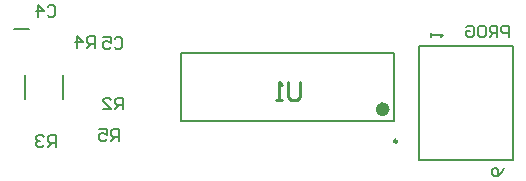
<source format=gbo>
G04 Layer_Color=32896*
%FSLAX24Y24*%
%MOIN*%
G70*
G01*
G75*
%ADD16C,0.0100*%
%ADD25C,0.0098*%
%ADD26C,0.0079*%
%ADD27C,0.0050*%
%ADD28C,0.0059*%
%ADD43C,0.0236*%
D16*
X11024Y3198D02*
Y2698D01*
X10924Y2598D01*
X10724D01*
X10624Y2698D01*
Y3198D01*
X10424Y2598D02*
X10224D01*
X10324D01*
Y3198D01*
X10424Y3098D01*
D25*
X14264Y1211D02*
G03*
X14264Y1211I-49J0D01*
G01*
D26*
X3120Y2628D02*
Y3415D01*
X1860Y2628D02*
Y3415D01*
X7047Y1880D02*
Y4163D01*
X14173Y1880D02*
Y4163D01*
X7047D02*
X14173D01*
X7047Y1880D02*
X14173D01*
X1486Y4941D02*
X1998D01*
X17835Y331D02*
X17769Y200D01*
X17638Y69D01*
X17507D01*
X17441Y134D01*
Y266D01*
X17507Y331D01*
X17572D01*
X17638Y266D01*
Y69D01*
X15394Y4675D02*
Y4806D01*
Y4741D01*
X15787D01*
X15722Y4675D01*
D27*
X14990Y596D02*
Y4384D01*
X18140D01*
Y596D02*
Y4384D01*
X14990Y596D02*
X18140D01*
D28*
X2884Y1014D02*
Y1407D01*
X2687D01*
X2621Y1342D01*
Y1211D01*
X2687Y1145D01*
X2884D01*
X2753D02*
X2621Y1014D01*
X2490Y1342D02*
X2425Y1407D01*
X2294D01*
X2228Y1342D01*
Y1276D01*
X2294Y1211D01*
X2359D01*
X2294D01*
X2228Y1145D01*
Y1079D01*
X2294Y1014D01*
X2425D01*
X2490Y1079D01*
X5000Y1230D02*
Y1624D01*
X4803D01*
X4738Y1558D01*
Y1427D01*
X4803Y1362D01*
X5000D01*
X4869D02*
X4738Y1230D01*
X4344Y1624D02*
X4606D01*
Y1427D01*
X4475Y1493D01*
X4410D01*
X4344Y1427D01*
Y1296D01*
X4410Y1230D01*
X4541D01*
X4606Y1296D01*
X4183Y4321D02*
Y4714D01*
X3986D01*
X3921Y4649D01*
Y4518D01*
X3986Y4452D01*
X4183D01*
X4052D02*
X3921Y4321D01*
X3593D02*
Y4714D01*
X3789Y4518D01*
X3527D01*
X5128Y2274D02*
Y2667D01*
X4931D01*
X4866Y2602D01*
Y2470D01*
X4931Y2405D01*
X5128D01*
X4997D02*
X4866Y2274D01*
X4472D02*
X4734D01*
X4472Y2536D01*
Y2602D01*
X4538Y2667D01*
X4669D01*
X4734Y2602D01*
X18002Y4675D02*
Y5069D01*
X17805D01*
X17740Y5003D01*
Y4872D01*
X17805Y4806D01*
X18002D01*
X17608Y4675D02*
Y5069D01*
X17412D01*
X17346Y5003D01*
Y4872D01*
X17412Y4806D01*
X17608D01*
X17477D02*
X17346Y4675D01*
X17018Y5069D02*
X17149D01*
X17215Y5003D01*
Y4741D01*
X17149Y4675D01*
X17018D01*
X16952Y4741D01*
Y5003D01*
X17018Y5069D01*
X16559Y5003D02*
X16624Y5069D01*
X16756D01*
X16821Y5003D01*
Y4741D01*
X16756Y4675D01*
X16624D01*
X16559Y4741D01*
Y4872D01*
X16690D01*
X4846Y4629D02*
X4911Y4695D01*
X5043D01*
X5108Y4629D01*
Y4367D01*
X5043Y4301D01*
X4911D01*
X4846Y4367D01*
X4452Y4695D02*
X4715D01*
Y4498D01*
X4584Y4564D01*
X4518D01*
X4452Y4498D01*
Y4367D01*
X4518Y4301D01*
X4649D01*
X4715Y4367D01*
X2612Y5672D02*
X2677Y5738D01*
X2808D01*
X2874Y5672D01*
Y5410D01*
X2808Y5344D01*
X2677D01*
X2612Y5410D01*
X2284Y5344D02*
Y5738D01*
X2480Y5541D01*
X2218D01*
D43*
X13898Y2274D02*
G03*
X13898Y2274I-118J0D01*
G01*
M02*

</source>
